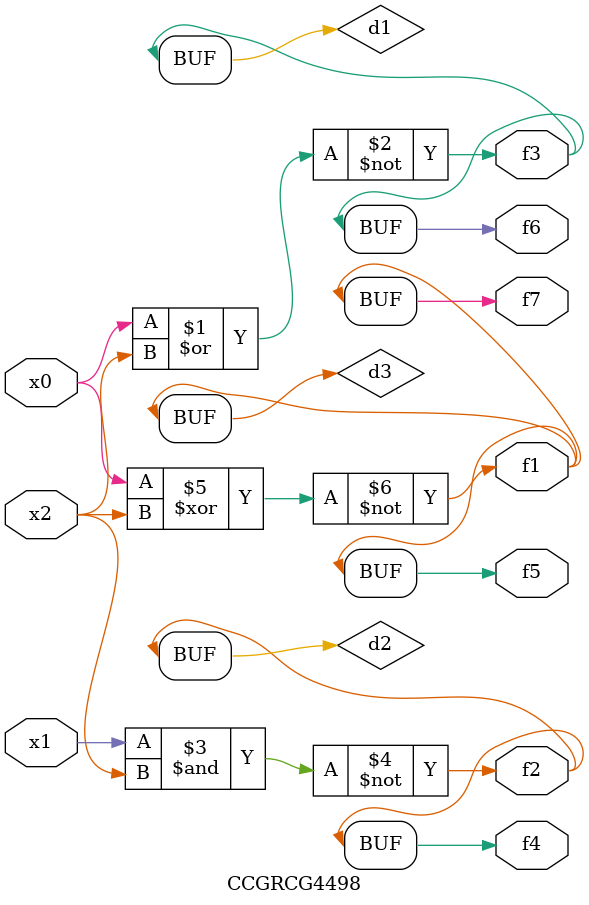
<source format=v>
module CCGRCG4498(
	input x0, x1, x2,
	output f1, f2, f3, f4, f5, f6, f7
);

	wire d1, d2, d3;

	nor (d1, x0, x2);
	nand (d2, x1, x2);
	xnor (d3, x0, x2);
	assign f1 = d3;
	assign f2 = d2;
	assign f3 = d1;
	assign f4 = d2;
	assign f5 = d3;
	assign f6 = d1;
	assign f7 = d3;
endmodule

</source>
